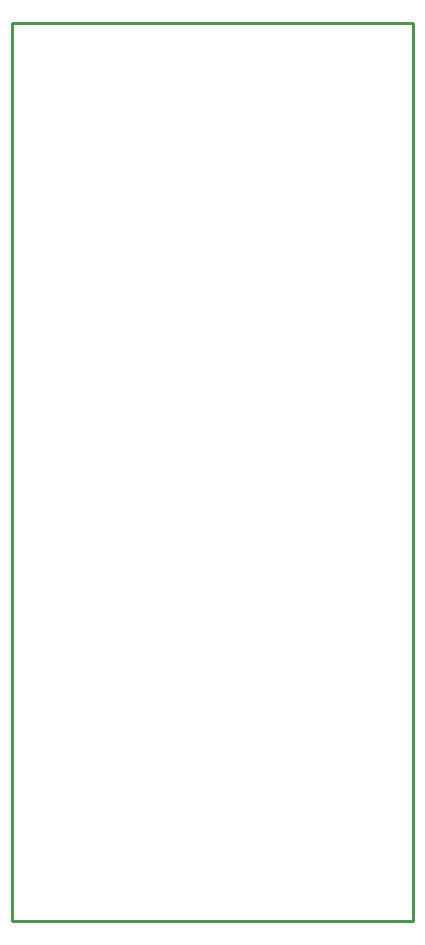
<source format=gko>
G04 Layer: BoardOutlineLayer*
G04 EasyEDA v6.5.44, 2024-09-18 08:49:22*
G04 5f0ec6a2444f475180eab9a5ccfc1f11,63b8e65828324c89aad8d8d9142c2ac9,10*
G04 Gerber Generator version 0.2*
G04 Scale: 100 percent, Rotated: No, Reflected: No *
G04 Dimensions in millimeters *
G04 leading zeros omitted , absolute positions ,4 integer and 5 decimal *
%FSLAX45Y45*%
%MOMM*%

%ADD10C,0.2540*%
D10*
X-199999Y7599984D02*
G01*
X3199993Y7599984D01*
X3199993Y0D01*
X-199999Y0D01*
X-199999Y7599984D01*

%LPD*%
M02*

</source>
